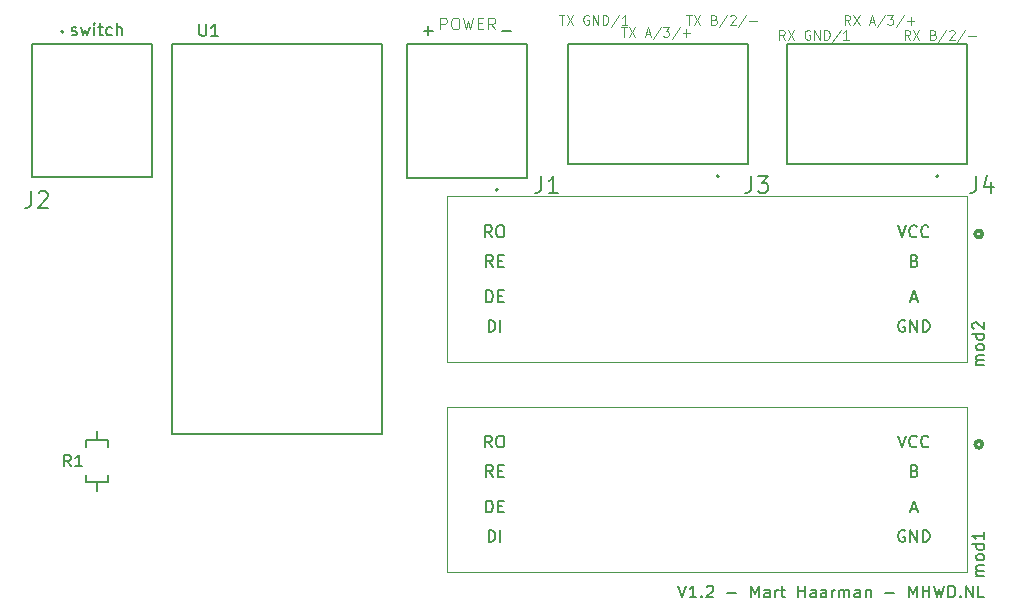
<source format=gto>
G04 #@! TF.GenerationSoftware,KiCad,Pcbnew,7.0.1-3b83917a11~172~ubuntu22.04.1*
G04 #@! TF.CreationDate,2023-04-13T21:26:50+02:00*
G04 #@! TF.ProjectId,dmx_interceptor,646d785f-696e-4746-9572-636570746f72,rev?*
G04 #@! TF.SameCoordinates,Original*
G04 #@! TF.FileFunction,Legend,Top*
G04 #@! TF.FilePolarity,Positive*
%FSLAX46Y46*%
G04 Gerber Fmt 4.6, Leading zero omitted, Abs format (unit mm)*
G04 Created by KiCad (PCBNEW 7.0.1-3b83917a11~172~ubuntu22.04.1) date 2023-04-13 21:26:50*
%MOMM*%
%LPD*%
G01*
G04 APERTURE LIST*
%ADD10C,0.100000*%
%ADD11C,0.150000*%
%ADD12C,0.127000*%
%ADD13C,0.200000*%
%ADD14C,0.120000*%
%ADD15C,0.300000*%
%ADD16C,1.258000*%
%ADD17R,2.400000X2.400000*%
%ADD18C,2.400000*%
%ADD19C,1.524000*%
%ADD20C,1.879600*%
G04 APERTURE END LIST*
D10*
X124272857Y-70220095D02*
X124006190Y-69839142D01*
X123815714Y-70220095D02*
X123815714Y-69420095D01*
X123815714Y-69420095D02*
X124120476Y-69420095D01*
X124120476Y-69420095D02*
X124196666Y-69458190D01*
X124196666Y-69458190D02*
X124234761Y-69496285D01*
X124234761Y-69496285D02*
X124272857Y-69572476D01*
X124272857Y-69572476D02*
X124272857Y-69686761D01*
X124272857Y-69686761D02*
X124234761Y-69762952D01*
X124234761Y-69762952D02*
X124196666Y-69801047D01*
X124196666Y-69801047D02*
X124120476Y-69839142D01*
X124120476Y-69839142D02*
X123815714Y-69839142D01*
X124539523Y-69420095D02*
X125072857Y-70220095D01*
X125072857Y-69420095D02*
X124539523Y-70220095D01*
X126406190Y-69458190D02*
X126330000Y-69420095D01*
X126330000Y-69420095D02*
X126215714Y-69420095D01*
X126215714Y-69420095D02*
X126101428Y-69458190D01*
X126101428Y-69458190D02*
X126025238Y-69534380D01*
X126025238Y-69534380D02*
X125987143Y-69610571D01*
X125987143Y-69610571D02*
X125949047Y-69762952D01*
X125949047Y-69762952D02*
X125949047Y-69877238D01*
X125949047Y-69877238D02*
X125987143Y-70029619D01*
X125987143Y-70029619D02*
X126025238Y-70105809D01*
X126025238Y-70105809D02*
X126101428Y-70182000D01*
X126101428Y-70182000D02*
X126215714Y-70220095D01*
X126215714Y-70220095D02*
X126291905Y-70220095D01*
X126291905Y-70220095D02*
X126406190Y-70182000D01*
X126406190Y-70182000D02*
X126444286Y-70143904D01*
X126444286Y-70143904D02*
X126444286Y-69877238D01*
X126444286Y-69877238D02*
X126291905Y-69877238D01*
X126787143Y-70220095D02*
X126787143Y-69420095D01*
X126787143Y-69420095D02*
X127244286Y-70220095D01*
X127244286Y-70220095D02*
X127244286Y-69420095D01*
X127625238Y-70220095D02*
X127625238Y-69420095D01*
X127625238Y-69420095D02*
X127815714Y-69420095D01*
X127815714Y-69420095D02*
X127930000Y-69458190D01*
X127930000Y-69458190D02*
X128006190Y-69534380D01*
X128006190Y-69534380D02*
X128044285Y-69610571D01*
X128044285Y-69610571D02*
X128082381Y-69762952D01*
X128082381Y-69762952D02*
X128082381Y-69877238D01*
X128082381Y-69877238D02*
X128044285Y-70029619D01*
X128044285Y-70029619D02*
X128006190Y-70105809D01*
X128006190Y-70105809D02*
X127930000Y-70182000D01*
X127930000Y-70182000D02*
X127815714Y-70220095D01*
X127815714Y-70220095D02*
X127625238Y-70220095D01*
X128996666Y-69382000D02*
X128310952Y-70410571D01*
X129682380Y-70220095D02*
X129225237Y-70220095D01*
X129453809Y-70220095D02*
X129453809Y-69420095D01*
X129453809Y-69420095D02*
X129377618Y-69534380D01*
X129377618Y-69534380D02*
X129301428Y-69610571D01*
X129301428Y-69610571D02*
X129225237Y-69648666D01*
X105146666Y-68150095D02*
X105603809Y-68150095D01*
X105375237Y-68950095D02*
X105375237Y-68150095D01*
X105794285Y-68150095D02*
X106327619Y-68950095D01*
X106327619Y-68150095D02*
X105794285Y-68950095D01*
X107660952Y-68188190D02*
X107584762Y-68150095D01*
X107584762Y-68150095D02*
X107470476Y-68150095D01*
X107470476Y-68150095D02*
X107356190Y-68188190D01*
X107356190Y-68188190D02*
X107280000Y-68264380D01*
X107280000Y-68264380D02*
X107241905Y-68340571D01*
X107241905Y-68340571D02*
X107203809Y-68492952D01*
X107203809Y-68492952D02*
X107203809Y-68607238D01*
X107203809Y-68607238D02*
X107241905Y-68759619D01*
X107241905Y-68759619D02*
X107280000Y-68835809D01*
X107280000Y-68835809D02*
X107356190Y-68912000D01*
X107356190Y-68912000D02*
X107470476Y-68950095D01*
X107470476Y-68950095D02*
X107546667Y-68950095D01*
X107546667Y-68950095D02*
X107660952Y-68912000D01*
X107660952Y-68912000D02*
X107699048Y-68873904D01*
X107699048Y-68873904D02*
X107699048Y-68607238D01*
X107699048Y-68607238D02*
X107546667Y-68607238D01*
X108041905Y-68950095D02*
X108041905Y-68150095D01*
X108041905Y-68150095D02*
X108499048Y-68950095D01*
X108499048Y-68950095D02*
X108499048Y-68150095D01*
X108880000Y-68950095D02*
X108880000Y-68150095D01*
X108880000Y-68150095D02*
X109070476Y-68150095D01*
X109070476Y-68150095D02*
X109184762Y-68188190D01*
X109184762Y-68188190D02*
X109260952Y-68264380D01*
X109260952Y-68264380D02*
X109299047Y-68340571D01*
X109299047Y-68340571D02*
X109337143Y-68492952D01*
X109337143Y-68492952D02*
X109337143Y-68607238D01*
X109337143Y-68607238D02*
X109299047Y-68759619D01*
X109299047Y-68759619D02*
X109260952Y-68835809D01*
X109260952Y-68835809D02*
X109184762Y-68912000D01*
X109184762Y-68912000D02*
X109070476Y-68950095D01*
X109070476Y-68950095D02*
X108880000Y-68950095D01*
X110251428Y-68112000D02*
X109565714Y-69140571D01*
X110937142Y-68950095D02*
X110479999Y-68950095D01*
X110708571Y-68950095D02*
X110708571Y-68150095D01*
X110708571Y-68150095D02*
X110632380Y-68264380D01*
X110632380Y-68264380D02*
X110556190Y-68340571D01*
X110556190Y-68340571D02*
X110479999Y-68378666D01*
X115951428Y-68150095D02*
X116408571Y-68150095D01*
X116179999Y-68950095D02*
X116179999Y-68150095D01*
X116599047Y-68150095D02*
X117132381Y-68950095D01*
X117132381Y-68150095D02*
X116599047Y-68950095D01*
X118313333Y-68531047D02*
X118427619Y-68569142D01*
X118427619Y-68569142D02*
X118465714Y-68607238D01*
X118465714Y-68607238D02*
X118503810Y-68683428D01*
X118503810Y-68683428D02*
X118503810Y-68797714D01*
X118503810Y-68797714D02*
X118465714Y-68873904D01*
X118465714Y-68873904D02*
X118427619Y-68912000D01*
X118427619Y-68912000D02*
X118351429Y-68950095D01*
X118351429Y-68950095D02*
X118046667Y-68950095D01*
X118046667Y-68950095D02*
X118046667Y-68150095D01*
X118046667Y-68150095D02*
X118313333Y-68150095D01*
X118313333Y-68150095D02*
X118389524Y-68188190D01*
X118389524Y-68188190D02*
X118427619Y-68226285D01*
X118427619Y-68226285D02*
X118465714Y-68302476D01*
X118465714Y-68302476D02*
X118465714Y-68378666D01*
X118465714Y-68378666D02*
X118427619Y-68454857D01*
X118427619Y-68454857D02*
X118389524Y-68492952D01*
X118389524Y-68492952D02*
X118313333Y-68531047D01*
X118313333Y-68531047D02*
X118046667Y-68531047D01*
X119418095Y-68112000D02*
X118732381Y-69140571D01*
X119646666Y-68226285D02*
X119684762Y-68188190D01*
X119684762Y-68188190D02*
X119760952Y-68150095D01*
X119760952Y-68150095D02*
X119951428Y-68150095D01*
X119951428Y-68150095D02*
X120027619Y-68188190D01*
X120027619Y-68188190D02*
X120065714Y-68226285D01*
X120065714Y-68226285D02*
X120103809Y-68302476D01*
X120103809Y-68302476D02*
X120103809Y-68378666D01*
X120103809Y-68378666D02*
X120065714Y-68492952D01*
X120065714Y-68492952D02*
X119608571Y-68950095D01*
X119608571Y-68950095D02*
X120103809Y-68950095D01*
X121018095Y-68112000D02*
X120332381Y-69140571D01*
X121284762Y-68645333D02*
X121894286Y-68645333D01*
X110428571Y-69170095D02*
X110885714Y-69170095D01*
X110657142Y-69970095D02*
X110657142Y-69170095D01*
X111076190Y-69170095D02*
X111609524Y-69970095D01*
X111609524Y-69170095D02*
X111076190Y-69970095D01*
X112485714Y-69741523D02*
X112866667Y-69741523D01*
X112409524Y-69970095D02*
X112676191Y-69170095D01*
X112676191Y-69170095D02*
X112942857Y-69970095D01*
X113780952Y-69132000D02*
X113095238Y-70160571D01*
X113971428Y-69170095D02*
X114466666Y-69170095D01*
X114466666Y-69170095D02*
X114200000Y-69474857D01*
X114200000Y-69474857D02*
X114314285Y-69474857D01*
X114314285Y-69474857D02*
X114390476Y-69512952D01*
X114390476Y-69512952D02*
X114428571Y-69551047D01*
X114428571Y-69551047D02*
X114466666Y-69627238D01*
X114466666Y-69627238D02*
X114466666Y-69817714D01*
X114466666Y-69817714D02*
X114428571Y-69893904D01*
X114428571Y-69893904D02*
X114390476Y-69932000D01*
X114390476Y-69932000D02*
X114314285Y-69970095D01*
X114314285Y-69970095D02*
X114085714Y-69970095D01*
X114085714Y-69970095D02*
X114009523Y-69932000D01*
X114009523Y-69932000D02*
X113971428Y-69893904D01*
X115380952Y-69132000D02*
X114695238Y-70160571D01*
X115647619Y-69665333D02*
X116257143Y-69665333D01*
X115952381Y-69970095D02*
X115952381Y-69360571D01*
X129804762Y-68950095D02*
X129538095Y-68569142D01*
X129347619Y-68950095D02*
X129347619Y-68150095D01*
X129347619Y-68150095D02*
X129652381Y-68150095D01*
X129652381Y-68150095D02*
X129728571Y-68188190D01*
X129728571Y-68188190D02*
X129766666Y-68226285D01*
X129766666Y-68226285D02*
X129804762Y-68302476D01*
X129804762Y-68302476D02*
X129804762Y-68416761D01*
X129804762Y-68416761D02*
X129766666Y-68492952D01*
X129766666Y-68492952D02*
X129728571Y-68531047D01*
X129728571Y-68531047D02*
X129652381Y-68569142D01*
X129652381Y-68569142D02*
X129347619Y-68569142D01*
X130071428Y-68150095D02*
X130604762Y-68950095D01*
X130604762Y-68150095D02*
X130071428Y-68950095D01*
X131480952Y-68721523D02*
X131861905Y-68721523D01*
X131404762Y-68950095D02*
X131671429Y-68150095D01*
X131671429Y-68150095D02*
X131938095Y-68950095D01*
X132776190Y-68112000D02*
X132090476Y-69140571D01*
X132966666Y-68150095D02*
X133461904Y-68150095D01*
X133461904Y-68150095D02*
X133195238Y-68454857D01*
X133195238Y-68454857D02*
X133309523Y-68454857D01*
X133309523Y-68454857D02*
X133385714Y-68492952D01*
X133385714Y-68492952D02*
X133423809Y-68531047D01*
X133423809Y-68531047D02*
X133461904Y-68607238D01*
X133461904Y-68607238D02*
X133461904Y-68797714D01*
X133461904Y-68797714D02*
X133423809Y-68873904D01*
X133423809Y-68873904D02*
X133385714Y-68912000D01*
X133385714Y-68912000D02*
X133309523Y-68950095D01*
X133309523Y-68950095D02*
X133080952Y-68950095D01*
X133080952Y-68950095D02*
X133004761Y-68912000D01*
X133004761Y-68912000D02*
X132966666Y-68873904D01*
X134376190Y-68112000D02*
X133690476Y-69140571D01*
X134642857Y-68645333D02*
X135252381Y-68645333D01*
X134947619Y-68950095D02*
X134947619Y-68340571D01*
X95090476Y-69362619D02*
X95090476Y-68362619D01*
X95090476Y-68362619D02*
X95471428Y-68362619D01*
X95471428Y-68362619D02*
X95566666Y-68410238D01*
X95566666Y-68410238D02*
X95614285Y-68457857D01*
X95614285Y-68457857D02*
X95661904Y-68553095D01*
X95661904Y-68553095D02*
X95661904Y-68695952D01*
X95661904Y-68695952D02*
X95614285Y-68791190D01*
X95614285Y-68791190D02*
X95566666Y-68838809D01*
X95566666Y-68838809D02*
X95471428Y-68886428D01*
X95471428Y-68886428D02*
X95090476Y-68886428D01*
X96280952Y-68362619D02*
X96471428Y-68362619D01*
X96471428Y-68362619D02*
X96566666Y-68410238D01*
X96566666Y-68410238D02*
X96661904Y-68505476D01*
X96661904Y-68505476D02*
X96709523Y-68695952D01*
X96709523Y-68695952D02*
X96709523Y-69029285D01*
X96709523Y-69029285D02*
X96661904Y-69219761D01*
X96661904Y-69219761D02*
X96566666Y-69315000D01*
X96566666Y-69315000D02*
X96471428Y-69362619D01*
X96471428Y-69362619D02*
X96280952Y-69362619D01*
X96280952Y-69362619D02*
X96185714Y-69315000D01*
X96185714Y-69315000D02*
X96090476Y-69219761D01*
X96090476Y-69219761D02*
X96042857Y-69029285D01*
X96042857Y-69029285D02*
X96042857Y-68695952D01*
X96042857Y-68695952D02*
X96090476Y-68505476D01*
X96090476Y-68505476D02*
X96185714Y-68410238D01*
X96185714Y-68410238D02*
X96280952Y-68362619D01*
X97042857Y-68362619D02*
X97280952Y-69362619D01*
X97280952Y-69362619D02*
X97471428Y-68648333D01*
X97471428Y-68648333D02*
X97661904Y-69362619D01*
X97661904Y-69362619D02*
X97900000Y-68362619D01*
X98280952Y-68838809D02*
X98614285Y-68838809D01*
X98757142Y-69362619D02*
X98280952Y-69362619D01*
X98280952Y-69362619D02*
X98280952Y-68362619D01*
X98280952Y-68362619D02*
X98757142Y-68362619D01*
X99757142Y-69362619D02*
X99423809Y-68886428D01*
X99185714Y-69362619D02*
X99185714Y-68362619D01*
X99185714Y-68362619D02*
X99566666Y-68362619D01*
X99566666Y-68362619D02*
X99661904Y-68410238D01*
X99661904Y-68410238D02*
X99709523Y-68457857D01*
X99709523Y-68457857D02*
X99757142Y-68553095D01*
X99757142Y-68553095D02*
X99757142Y-68695952D01*
X99757142Y-68695952D02*
X99709523Y-68791190D01*
X99709523Y-68791190D02*
X99661904Y-68838809D01*
X99661904Y-68838809D02*
X99566666Y-68886428D01*
X99566666Y-68886428D02*
X99185714Y-68886428D01*
D11*
X93719048Y-69481666D02*
X94480953Y-69481666D01*
X94100000Y-69862619D02*
X94100000Y-69100714D01*
X63897143Y-69815000D02*
X63992381Y-69862619D01*
X63992381Y-69862619D02*
X64182857Y-69862619D01*
X64182857Y-69862619D02*
X64278095Y-69815000D01*
X64278095Y-69815000D02*
X64325714Y-69719761D01*
X64325714Y-69719761D02*
X64325714Y-69672142D01*
X64325714Y-69672142D02*
X64278095Y-69576904D01*
X64278095Y-69576904D02*
X64182857Y-69529285D01*
X64182857Y-69529285D02*
X64040000Y-69529285D01*
X64040000Y-69529285D02*
X63944762Y-69481666D01*
X63944762Y-69481666D02*
X63897143Y-69386428D01*
X63897143Y-69386428D02*
X63897143Y-69338809D01*
X63897143Y-69338809D02*
X63944762Y-69243571D01*
X63944762Y-69243571D02*
X64040000Y-69195952D01*
X64040000Y-69195952D02*
X64182857Y-69195952D01*
X64182857Y-69195952D02*
X64278095Y-69243571D01*
X64659048Y-69195952D02*
X64849524Y-69862619D01*
X64849524Y-69862619D02*
X65040000Y-69386428D01*
X65040000Y-69386428D02*
X65230476Y-69862619D01*
X65230476Y-69862619D02*
X65420952Y-69195952D01*
X65801905Y-69862619D02*
X65801905Y-69195952D01*
X65801905Y-68862619D02*
X65754286Y-68910238D01*
X65754286Y-68910238D02*
X65801905Y-68957857D01*
X65801905Y-68957857D02*
X65849524Y-68910238D01*
X65849524Y-68910238D02*
X65801905Y-68862619D01*
X65801905Y-68862619D02*
X65801905Y-68957857D01*
X66135238Y-69195952D02*
X66516190Y-69195952D01*
X66278095Y-68862619D02*
X66278095Y-69719761D01*
X66278095Y-69719761D02*
X66325714Y-69815000D01*
X66325714Y-69815000D02*
X66420952Y-69862619D01*
X66420952Y-69862619D02*
X66516190Y-69862619D01*
X67278095Y-69815000D02*
X67182857Y-69862619D01*
X67182857Y-69862619D02*
X66992381Y-69862619D01*
X66992381Y-69862619D02*
X66897143Y-69815000D01*
X66897143Y-69815000D02*
X66849524Y-69767380D01*
X66849524Y-69767380D02*
X66801905Y-69672142D01*
X66801905Y-69672142D02*
X66801905Y-69386428D01*
X66801905Y-69386428D02*
X66849524Y-69291190D01*
X66849524Y-69291190D02*
X66897143Y-69243571D01*
X66897143Y-69243571D02*
X66992381Y-69195952D01*
X66992381Y-69195952D02*
X67182857Y-69195952D01*
X67182857Y-69195952D02*
X67278095Y-69243571D01*
X67706667Y-69862619D02*
X67706667Y-68862619D01*
X68135238Y-69862619D02*
X68135238Y-69338809D01*
X68135238Y-69338809D02*
X68087619Y-69243571D01*
X68087619Y-69243571D02*
X67992381Y-69195952D01*
X67992381Y-69195952D02*
X67849524Y-69195952D01*
X67849524Y-69195952D02*
X67754286Y-69243571D01*
X67754286Y-69243571D02*
X67706667Y-69291190D01*
D10*
X134877619Y-70220095D02*
X134610952Y-69839142D01*
X134420476Y-70220095D02*
X134420476Y-69420095D01*
X134420476Y-69420095D02*
X134725238Y-69420095D01*
X134725238Y-69420095D02*
X134801428Y-69458190D01*
X134801428Y-69458190D02*
X134839523Y-69496285D01*
X134839523Y-69496285D02*
X134877619Y-69572476D01*
X134877619Y-69572476D02*
X134877619Y-69686761D01*
X134877619Y-69686761D02*
X134839523Y-69762952D01*
X134839523Y-69762952D02*
X134801428Y-69801047D01*
X134801428Y-69801047D02*
X134725238Y-69839142D01*
X134725238Y-69839142D02*
X134420476Y-69839142D01*
X135144285Y-69420095D02*
X135677619Y-70220095D01*
X135677619Y-69420095D02*
X135144285Y-70220095D01*
X136858571Y-69801047D02*
X136972857Y-69839142D01*
X136972857Y-69839142D02*
X137010952Y-69877238D01*
X137010952Y-69877238D02*
X137049048Y-69953428D01*
X137049048Y-69953428D02*
X137049048Y-70067714D01*
X137049048Y-70067714D02*
X137010952Y-70143904D01*
X137010952Y-70143904D02*
X136972857Y-70182000D01*
X136972857Y-70182000D02*
X136896667Y-70220095D01*
X136896667Y-70220095D02*
X136591905Y-70220095D01*
X136591905Y-70220095D02*
X136591905Y-69420095D01*
X136591905Y-69420095D02*
X136858571Y-69420095D01*
X136858571Y-69420095D02*
X136934762Y-69458190D01*
X136934762Y-69458190D02*
X136972857Y-69496285D01*
X136972857Y-69496285D02*
X137010952Y-69572476D01*
X137010952Y-69572476D02*
X137010952Y-69648666D01*
X137010952Y-69648666D02*
X136972857Y-69724857D01*
X136972857Y-69724857D02*
X136934762Y-69762952D01*
X136934762Y-69762952D02*
X136858571Y-69801047D01*
X136858571Y-69801047D02*
X136591905Y-69801047D01*
X137963333Y-69382000D02*
X137277619Y-70410571D01*
X138191904Y-69496285D02*
X138230000Y-69458190D01*
X138230000Y-69458190D02*
X138306190Y-69420095D01*
X138306190Y-69420095D02*
X138496666Y-69420095D01*
X138496666Y-69420095D02*
X138572857Y-69458190D01*
X138572857Y-69458190D02*
X138610952Y-69496285D01*
X138610952Y-69496285D02*
X138649047Y-69572476D01*
X138649047Y-69572476D02*
X138649047Y-69648666D01*
X138649047Y-69648666D02*
X138610952Y-69762952D01*
X138610952Y-69762952D02*
X138153809Y-70220095D01*
X138153809Y-70220095D02*
X138649047Y-70220095D01*
X139563333Y-69382000D02*
X138877619Y-70410571D01*
X139830000Y-69915333D02*
X140439524Y-69915333D01*
D11*
X100319048Y-69481666D02*
X101080953Y-69481666D01*
X115271428Y-116462619D02*
X115604761Y-117462619D01*
X115604761Y-117462619D02*
X115938094Y-116462619D01*
X116795237Y-117462619D02*
X116223809Y-117462619D01*
X116509523Y-117462619D02*
X116509523Y-116462619D01*
X116509523Y-116462619D02*
X116414285Y-116605476D01*
X116414285Y-116605476D02*
X116319047Y-116700714D01*
X116319047Y-116700714D02*
X116223809Y-116748333D01*
X117223809Y-117367380D02*
X117271428Y-117415000D01*
X117271428Y-117415000D02*
X117223809Y-117462619D01*
X117223809Y-117462619D02*
X117176190Y-117415000D01*
X117176190Y-117415000D02*
X117223809Y-117367380D01*
X117223809Y-117367380D02*
X117223809Y-117462619D01*
X117652380Y-116557857D02*
X117699999Y-116510238D01*
X117699999Y-116510238D02*
X117795237Y-116462619D01*
X117795237Y-116462619D02*
X118033332Y-116462619D01*
X118033332Y-116462619D02*
X118128570Y-116510238D01*
X118128570Y-116510238D02*
X118176189Y-116557857D01*
X118176189Y-116557857D02*
X118223808Y-116653095D01*
X118223808Y-116653095D02*
X118223808Y-116748333D01*
X118223808Y-116748333D02*
X118176189Y-116891190D01*
X118176189Y-116891190D02*
X117604761Y-117462619D01*
X117604761Y-117462619D02*
X118223808Y-117462619D01*
X119414285Y-117081666D02*
X120176190Y-117081666D01*
X121414285Y-117462619D02*
X121414285Y-116462619D01*
X121414285Y-116462619D02*
X121747618Y-117176904D01*
X121747618Y-117176904D02*
X122080951Y-116462619D01*
X122080951Y-116462619D02*
X122080951Y-117462619D01*
X122985713Y-117462619D02*
X122985713Y-116938809D01*
X122985713Y-116938809D02*
X122938094Y-116843571D01*
X122938094Y-116843571D02*
X122842856Y-116795952D01*
X122842856Y-116795952D02*
X122652380Y-116795952D01*
X122652380Y-116795952D02*
X122557142Y-116843571D01*
X122985713Y-117415000D02*
X122890475Y-117462619D01*
X122890475Y-117462619D02*
X122652380Y-117462619D01*
X122652380Y-117462619D02*
X122557142Y-117415000D01*
X122557142Y-117415000D02*
X122509523Y-117319761D01*
X122509523Y-117319761D02*
X122509523Y-117224523D01*
X122509523Y-117224523D02*
X122557142Y-117129285D01*
X122557142Y-117129285D02*
X122652380Y-117081666D01*
X122652380Y-117081666D02*
X122890475Y-117081666D01*
X122890475Y-117081666D02*
X122985713Y-117034047D01*
X123461904Y-117462619D02*
X123461904Y-116795952D01*
X123461904Y-116986428D02*
X123509523Y-116891190D01*
X123509523Y-116891190D02*
X123557142Y-116843571D01*
X123557142Y-116843571D02*
X123652380Y-116795952D01*
X123652380Y-116795952D02*
X123747618Y-116795952D01*
X123938095Y-116795952D02*
X124319047Y-116795952D01*
X124080952Y-116462619D02*
X124080952Y-117319761D01*
X124080952Y-117319761D02*
X124128571Y-117415000D01*
X124128571Y-117415000D02*
X124223809Y-117462619D01*
X124223809Y-117462619D02*
X124319047Y-117462619D01*
X125414286Y-117462619D02*
X125414286Y-116462619D01*
X125414286Y-116938809D02*
X125985714Y-116938809D01*
X125985714Y-117462619D02*
X125985714Y-116462619D01*
X126890476Y-117462619D02*
X126890476Y-116938809D01*
X126890476Y-116938809D02*
X126842857Y-116843571D01*
X126842857Y-116843571D02*
X126747619Y-116795952D01*
X126747619Y-116795952D02*
X126557143Y-116795952D01*
X126557143Y-116795952D02*
X126461905Y-116843571D01*
X126890476Y-117415000D02*
X126795238Y-117462619D01*
X126795238Y-117462619D02*
X126557143Y-117462619D01*
X126557143Y-117462619D02*
X126461905Y-117415000D01*
X126461905Y-117415000D02*
X126414286Y-117319761D01*
X126414286Y-117319761D02*
X126414286Y-117224523D01*
X126414286Y-117224523D02*
X126461905Y-117129285D01*
X126461905Y-117129285D02*
X126557143Y-117081666D01*
X126557143Y-117081666D02*
X126795238Y-117081666D01*
X126795238Y-117081666D02*
X126890476Y-117034047D01*
X127795238Y-117462619D02*
X127795238Y-116938809D01*
X127795238Y-116938809D02*
X127747619Y-116843571D01*
X127747619Y-116843571D02*
X127652381Y-116795952D01*
X127652381Y-116795952D02*
X127461905Y-116795952D01*
X127461905Y-116795952D02*
X127366667Y-116843571D01*
X127795238Y-117415000D02*
X127700000Y-117462619D01*
X127700000Y-117462619D02*
X127461905Y-117462619D01*
X127461905Y-117462619D02*
X127366667Y-117415000D01*
X127366667Y-117415000D02*
X127319048Y-117319761D01*
X127319048Y-117319761D02*
X127319048Y-117224523D01*
X127319048Y-117224523D02*
X127366667Y-117129285D01*
X127366667Y-117129285D02*
X127461905Y-117081666D01*
X127461905Y-117081666D02*
X127700000Y-117081666D01*
X127700000Y-117081666D02*
X127795238Y-117034047D01*
X128271429Y-117462619D02*
X128271429Y-116795952D01*
X128271429Y-116986428D02*
X128319048Y-116891190D01*
X128319048Y-116891190D02*
X128366667Y-116843571D01*
X128366667Y-116843571D02*
X128461905Y-116795952D01*
X128461905Y-116795952D02*
X128557143Y-116795952D01*
X128890477Y-117462619D02*
X128890477Y-116795952D01*
X128890477Y-116891190D02*
X128938096Y-116843571D01*
X128938096Y-116843571D02*
X129033334Y-116795952D01*
X129033334Y-116795952D02*
X129176191Y-116795952D01*
X129176191Y-116795952D02*
X129271429Y-116843571D01*
X129271429Y-116843571D02*
X129319048Y-116938809D01*
X129319048Y-116938809D02*
X129319048Y-117462619D01*
X129319048Y-116938809D02*
X129366667Y-116843571D01*
X129366667Y-116843571D02*
X129461905Y-116795952D01*
X129461905Y-116795952D02*
X129604762Y-116795952D01*
X129604762Y-116795952D02*
X129700001Y-116843571D01*
X129700001Y-116843571D02*
X129747620Y-116938809D01*
X129747620Y-116938809D02*
X129747620Y-117462619D01*
X130652381Y-117462619D02*
X130652381Y-116938809D01*
X130652381Y-116938809D02*
X130604762Y-116843571D01*
X130604762Y-116843571D02*
X130509524Y-116795952D01*
X130509524Y-116795952D02*
X130319048Y-116795952D01*
X130319048Y-116795952D02*
X130223810Y-116843571D01*
X130652381Y-117415000D02*
X130557143Y-117462619D01*
X130557143Y-117462619D02*
X130319048Y-117462619D01*
X130319048Y-117462619D02*
X130223810Y-117415000D01*
X130223810Y-117415000D02*
X130176191Y-117319761D01*
X130176191Y-117319761D02*
X130176191Y-117224523D01*
X130176191Y-117224523D02*
X130223810Y-117129285D01*
X130223810Y-117129285D02*
X130319048Y-117081666D01*
X130319048Y-117081666D02*
X130557143Y-117081666D01*
X130557143Y-117081666D02*
X130652381Y-117034047D01*
X131128572Y-116795952D02*
X131128572Y-117462619D01*
X131128572Y-116891190D02*
X131176191Y-116843571D01*
X131176191Y-116843571D02*
X131271429Y-116795952D01*
X131271429Y-116795952D02*
X131414286Y-116795952D01*
X131414286Y-116795952D02*
X131509524Y-116843571D01*
X131509524Y-116843571D02*
X131557143Y-116938809D01*
X131557143Y-116938809D02*
X131557143Y-117462619D01*
X132795239Y-117081666D02*
X133557144Y-117081666D01*
X134795239Y-117462619D02*
X134795239Y-116462619D01*
X134795239Y-116462619D02*
X135128572Y-117176904D01*
X135128572Y-117176904D02*
X135461905Y-116462619D01*
X135461905Y-116462619D02*
X135461905Y-117462619D01*
X135938096Y-117462619D02*
X135938096Y-116462619D01*
X135938096Y-116938809D02*
X136509524Y-116938809D01*
X136509524Y-117462619D02*
X136509524Y-116462619D01*
X136890477Y-116462619D02*
X137128572Y-117462619D01*
X137128572Y-117462619D02*
X137319048Y-116748333D01*
X137319048Y-116748333D02*
X137509524Y-117462619D01*
X137509524Y-117462619D02*
X137747620Y-116462619D01*
X138128572Y-117462619D02*
X138128572Y-116462619D01*
X138128572Y-116462619D02*
X138366667Y-116462619D01*
X138366667Y-116462619D02*
X138509524Y-116510238D01*
X138509524Y-116510238D02*
X138604762Y-116605476D01*
X138604762Y-116605476D02*
X138652381Y-116700714D01*
X138652381Y-116700714D02*
X138700000Y-116891190D01*
X138700000Y-116891190D02*
X138700000Y-117034047D01*
X138700000Y-117034047D02*
X138652381Y-117224523D01*
X138652381Y-117224523D02*
X138604762Y-117319761D01*
X138604762Y-117319761D02*
X138509524Y-117415000D01*
X138509524Y-117415000D02*
X138366667Y-117462619D01*
X138366667Y-117462619D02*
X138128572Y-117462619D01*
X139128572Y-117367380D02*
X139176191Y-117415000D01*
X139176191Y-117415000D02*
X139128572Y-117462619D01*
X139128572Y-117462619D02*
X139080953Y-117415000D01*
X139080953Y-117415000D02*
X139128572Y-117367380D01*
X139128572Y-117367380D02*
X139128572Y-117462619D01*
X139604762Y-117462619D02*
X139604762Y-116462619D01*
X139604762Y-116462619D02*
X140176190Y-117462619D01*
X140176190Y-117462619D02*
X140176190Y-116462619D01*
X141128571Y-117462619D02*
X140652381Y-117462619D01*
X140652381Y-117462619D02*
X140652381Y-116462619D01*
X63841204Y-106362926D02*
X63507614Y-105886368D01*
X63269335Y-106362926D02*
X63269335Y-105362154D01*
X63269335Y-105362154D02*
X63650581Y-105362154D01*
X63650581Y-105362154D02*
X63745893Y-105409810D01*
X63745893Y-105409810D02*
X63793548Y-105457466D01*
X63793548Y-105457466D02*
X63841204Y-105552778D01*
X63841204Y-105552778D02*
X63841204Y-105695745D01*
X63841204Y-105695745D02*
X63793548Y-105791057D01*
X63793548Y-105791057D02*
X63745893Y-105838712D01*
X63745893Y-105838712D02*
X63650581Y-105886368D01*
X63650581Y-105886368D02*
X63269335Y-105886368D01*
X64794320Y-106362926D02*
X64222451Y-106362926D01*
X64508386Y-106362926D02*
X64508386Y-105362154D01*
X64508386Y-105362154D02*
X64413074Y-105505122D01*
X64413074Y-105505122D02*
X64317762Y-105600433D01*
X64317762Y-105600433D02*
X64222451Y-105648089D01*
X60493333Y-83067666D02*
X60493333Y-84067666D01*
X60493333Y-84067666D02*
X60426666Y-84267666D01*
X60426666Y-84267666D02*
X60293333Y-84401000D01*
X60293333Y-84401000D02*
X60093333Y-84467666D01*
X60093333Y-84467666D02*
X59960000Y-84467666D01*
X61093333Y-83201000D02*
X61160000Y-83134333D01*
X61160000Y-83134333D02*
X61293333Y-83067666D01*
X61293333Y-83067666D02*
X61626667Y-83067666D01*
X61626667Y-83067666D02*
X61760000Y-83134333D01*
X61760000Y-83134333D02*
X61826667Y-83201000D01*
X61826667Y-83201000D02*
X61893333Y-83334333D01*
X61893333Y-83334333D02*
X61893333Y-83467666D01*
X61893333Y-83467666D02*
X61826667Y-83667666D01*
X61826667Y-83667666D02*
X61026667Y-84467666D01*
X61026667Y-84467666D02*
X61893333Y-84467666D01*
X103673333Y-81797666D02*
X103673333Y-82797666D01*
X103673333Y-82797666D02*
X103606666Y-82997666D01*
X103606666Y-82997666D02*
X103473333Y-83131000D01*
X103473333Y-83131000D02*
X103273333Y-83197666D01*
X103273333Y-83197666D02*
X103140000Y-83197666D01*
X105073333Y-83197666D02*
X104273333Y-83197666D01*
X104673333Y-83197666D02*
X104673333Y-81797666D01*
X104673333Y-81797666D02*
X104540000Y-81997666D01*
X104540000Y-81997666D02*
X104406667Y-82131000D01*
X104406667Y-82131000D02*
X104273333Y-82197666D01*
X121453333Y-81797666D02*
X121453333Y-82797666D01*
X121453333Y-82797666D02*
X121386666Y-82997666D01*
X121386666Y-82997666D02*
X121253333Y-83131000D01*
X121253333Y-83131000D02*
X121053333Y-83197666D01*
X121053333Y-83197666D02*
X120920000Y-83197666D01*
X121986667Y-81797666D02*
X122853333Y-81797666D01*
X122853333Y-81797666D02*
X122386667Y-82331000D01*
X122386667Y-82331000D02*
X122586667Y-82331000D01*
X122586667Y-82331000D02*
X122720000Y-82397666D01*
X122720000Y-82397666D02*
X122786667Y-82464333D01*
X122786667Y-82464333D02*
X122853333Y-82597666D01*
X122853333Y-82597666D02*
X122853333Y-82931000D01*
X122853333Y-82931000D02*
X122786667Y-83064333D01*
X122786667Y-83064333D02*
X122720000Y-83131000D01*
X122720000Y-83131000D02*
X122586667Y-83197666D01*
X122586667Y-83197666D02*
X122186667Y-83197666D01*
X122186667Y-83197666D02*
X122053333Y-83131000D01*
X122053333Y-83131000D02*
X121986667Y-83064333D01*
X141162619Y-97809523D02*
X140495952Y-97809523D01*
X140591190Y-97809523D02*
X140543571Y-97761904D01*
X140543571Y-97761904D02*
X140495952Y-97666666D01*
X140495952Y-97666666D02*
X140495952Y-97523809D01*
X140495952Y-97523809D02*
X140543571Y-97428571D01*
X140543571Y-97428571D02*
X140638809Y-97380952D01*
X140638809Y-97380952D02*
X141162619Y-97380952D01*
X140638809Y-97380952D02*
X140543571Y-97333333D01*
X140543571Y-97333333D02*
X140495952Y-97238095D01*
X140495952Y-97238095D02*
X140495952Y-97095238D01*
X140495952Y-97095238D02*
X140543571Y-96999999D01*
X140543571Y-96999999D02*
X140638809Y-96952380D01*
X140638809Y-96952380D02*
X141162619Y-96952380D01*
X141162619Y-96333333D02*
X141115000Y-96428571D01*
X141115000Y-96428571D02*
X141067380Y-96476190D01*
X141067380Y-96476190D02*
X140972142Y-96523809D01*
X140972142Y-96523809D02*
X140686428Y-96523809D01*
X140686428Y-96523809D02*
X140591190Y-96476190D01*
X140591190Y-96476190D02*
X140543571Y-96428571D01*
X140543571Y-96428571D02*
X140495952Y-96333333D01*
X140495952Y-96333333D02*
X140495952Y-96190476D01*
X140495952Y-96190476D02*
X140543571Y-96095238D01*
X140543571Y-96095238D02*
X140591190Y-96047619D01*
X140591190Y-96047619D02*
X140686428Y-96000000D01*
X140686428Y-96000000D02*
X140972142Y-96000000D01*
X140972142Y-96000000D02*
X141067380Y-96047619D01*
X141067380Y-96047619D02*
X141115000Y-96095238D01*
X141115000Y-96095238D02*
X141162619Y-96190476D01*
X141162619Y-96190476D02*
X141162619Y-96333333D01*
X141162619Y-95142857D02*
X140162619Y-95142857D01*
X141115000Y-95142857D02*
X141162619Y-95238095D01*
X141162619Y-95238095D02*
X141162619Y-95428571D01*
X141162619Y-95428571D02*
X141115000Y-95523809D01*
X141115000Y-95523809D02*
X141067380Y-95571428D01*
X141067380Y-95571428D02*
X140972142Y-95619047D01*
X140972142Y-95619047D02*
X140686428Y-95619047D01*
X140686428Y-95619047D02*
X140591190Y-95571428D01*
X140591190Y-95571428D02*
X140543571Y-95523809D01*
X140543571Y-95523809D02*
X140495952Y-95428571D01*
X140495952Y-95428571D02*
X140495952Y-95238095D01*
X140495952Y-95238095D02*
X140543571Y-95142857D01*
X140257857Y-94714285D02*
X140210238Y-94666666D01*
X140210238Y-94666666D02*
X140162619Y-94571428D01*
X140162619Y-94571428D02*
X140162619Y-94333333D01*
X140162619Y-94333333D02*
X140210238Y-94238095D01*
X140210238Y-94238095D02*
X140257857Y-94190476D01*
X140257857Y-94190476D02*
X140353095Y-94142857D01*
X140353095Y-94142857D02*
X140448333Y-94142857D01*
X140448333Y-94142857D02*
X140591190Y-94190476D01*
X140591190Y-94190476D02*
X141162619Y-94761904D01*
X141162619Y-94761904D02*
X141162619Y-94142857D01*
X99557142Y-89462619D02*
X99223809Y-88986428D01*
X98985714Y-89462619D02*
X98985714Y-88462619D01*
X98985714Y-88462619D02*
X99366666Y-88462619D01*
X99366666Y-88462619D02*
X99461904Y-88510238D01*
X99461904Y-88510238D02*
X99509523Y-88557857D01*
X99509523Y-88557857D02*
X99557142Y-88653095D01*
X99557142Y-88653095D02*
X99557142Y-88795952D01*
X99557142Y-88795952D02*
X99509523Y-88891190D01*
X99509523Y-88891190D02*
X99461904Y-88938809D01*
X99461904Y-88938809D02*
X99366666Y-88986428D01*
X99366666Y-88986428D02*
X98985714Y-88986428D01*
X99985714Y-88938809D02*
X100319047Y-88938809D01*
X100461904Y-89462619D02*
X99985714Y-89462619D01*
X99985714Y-89462619D02*
X99985714Y-88462619D01*
X99985714Y-88462619D02*
X100461904Y-88462619D01*
X99200000Y-94962619D02*
X99200000Y-93962619D01*
X99200000Y-93962619D02*
X99438095Y-93962619D01*
X99438095Y-93962619D02*
X99580952Y-94010238D01*
X99580952Y-94010238D02*
X99676190Y-94105476D01*
X99676190Y-94105476D02*
X99723809Y-94200714D01*
X99723809Y-94200714D02*
X99771428Y-94391190D01*
X99771428Y-94391190D02*
X99771428Y-94534047D01*
X99771428Y-94534047D02*
X99723809Y-94724523D01*
X99723809Y-94724523D02*
X99676190Y-94819761D01*
X99676190Y-94819761D02*
X99580952Y-94915000D01*
X99580952Y-94915000D02*
X99438095Y-94962619D01*
X99438095Y-94962619D02*
X99200000Y-94962619D01*
X100200000Y-94962619D02*
X100200000Y-93962619D01*
X135271428Y-88938809D02*
X135414285Y-88986428D01*
X135414285Y-88986428D02*
X135461904Y-89034047D01*
X135461904Y-89034047D02*
X135509523Y-89129285D01*
X135509523Y-89129285D02*
X135509523Y-89272142D01*
X135509523Y-89272142D02*
X135461904Y-89367380D01*
X135461904Y-89367380D02*
X135414285Y-89415000D01*
X135414285Y-89415000D02*
X135319047Y-89462619D01*
X135319047Y-89462619D02*
X134938095Y-89462619D01*
X134938095Y-89462619D02*
X134938095Y-88462619D01*
X134938095Y-88462619D02*
X135271428Y-88462619D01*
X135271428Y-88462619D02*
X135366666Y-88510238D01*
X135366666Y-88510238D02*
X135414285Y-88557857D01*
X135414285Y-88557857D02*
X135461904Y-88653095D01*
X135461904Y-88653095D02*
X135461904Y-88748333D01*
X135461904Y-88748333D02*
X135414285Y-88843571D01*
X135414285Y-88843571D02*
X135366666Y-88891190D01*
X135366666Y-88891190D02*
X135271428Y-88938809D01*
X135271428Y-88938809D02*
X134938095Y-88938809D01*
X133866667Y-85962619D02*
X134200000Y-86962619D01*
X134200000Y-86962619D02*
X134533333Y-85962619D01*
X135438095Y-86867380D02*
X135390476Y-86915000D01*
X135390476Y-86915000D02*
X135247619Y-86962619D01*
X135247619Y-86962619D02*
X135152381Y-86962619D01*
X135152381Y-86962619D02*
X135009524Y-86915000D01*
X135009524Y-86915000D02*
X134914286Y-86819761D01*
X134914286Y-86819761D02*
X134866667Y-86724523D01*
X134866667Y-86724523D02*
X134819048Y-86534047D01*
X134819048Y-86534047D02*
X134819048Y-86391190D01*
X134819048Y-86391190D02*
X134866667Y-86200714D01*
X134866667Y-86200714D02*
X134914286Y-86105476D01*
X134914286Y-86105476D02*
X135009524Y-86010238D01*
X135009524Y-86010238D02*
X135152381Y-85962619D01*
X135152381Y-85962619D02*
X135247619Y-85962619D01*
X135247619Y-85962619D02*
X135390476Y-86010238D01*
X135390476Y-86010238D02*
X135438095Y-86057857D01*
X136438095Y-86867380D02*
X136390476Y-86915000D01*
X136390476Y-86915000D02*
X136247619Y-86962619D01*
X136247619Y-86962619D02*
X136152381Y-86962619D01*
X136152381Y-86962619D02*
X136009524Y-86915000D01*
X136009524Y-86915000D02*
X135914286Y-86819761D01*
X135914286Y-86819761D02*
X135866667Y-86724523D01*
X135866667Y-86724523D02*
X135819048Y-86534047D01*
X135819048Y-86534047D02*
X135819048Y-86391190D01*
X135819048Y-86391190D02*
X135866667Y-86200714D01*
X135866667Y-86200714D02*
X135914286Y-86105476D01*
X135914286Y-86105476D02*
X136009524Y-86010238D01*
X136009524Y-86010238D02*
X136152381Y-85962619D01*
X136152381Y-85962619D02*
X136247619Y-85962619D01*
X136247619Y-85962619D02*
X136390476Y-86010238D01*
X136390476Y-86010238D02*
X136438095Y-86057857D01*
X134961905Y-92176904D02*
X135438095Y-92176904D01*
X134866667Y-92462619D02*
X135200000Y-91462619D01*
X135200000Y-91462619D02*
X135533333Y-92462619D01*
X98985714Y-92462619D02*
X98985714Y-91462619D01*
X98985714Y-91462619D02*
X99223809Y-91462619D01*
X99223809Y-91462619D02*
X99366666Y-91510238D01*
X99366666Y-91510238D02*
X99461904Y-91605476D01*
X99461904Y-91605476D02*
X99509523Y-91700714D01*
X99509523Y-91700714D02*
X99557142Y-91891190D01*
X99557142Y-91891190D02*
X99557142Y-92034047D01*
X99557142Y-92034047D02*
X99509523Y-92224523D01*
X99509523Y-92224523D02*
X99461904Y-92319761D01*
X99461904Y-92319761D02*
X99366666Y-92415000D01*
X99366666Y-92415000D02*
X99223809Y-92462619D01*
X99223809Y-92462619D02*
X98985714Y-92462619D01*
X99985714Y-91938809D02*
X100319047Y-91938809D01*
X100461904Y-92462619D02*
X99985714Y-92462619D01*
X99985714Y-92462619D02*
X99985714Y-91462619D01*
X99985714Y-91462619D02*
X100461904Y-91462619D01*
X99485714Y-86962619D02*
X99152381Y-86486428D01*
X98914286Y-86962619D02*
X98914286Y-85962619D01*
X98914286Y-85962619D02*
X99295238Y-85962619D01*
X99295238Y-85962619D02*
X99390476Y-86010238D01*
X99390476Y-86010238D02*
X99438095Y-86057857D01*
X99438095Y-86057857D02*
X99485714Y-86153095D01*
X99485714Y-86153095D02*
X99485714Y-86295952D01*
X99485714Y-86295952D02*
X99438095Y-86391190D01*
X99438095Y-86391190D02*
X99390476Y-86438809D01*
X99390476Y-86438809D02*
X99295238Y-86486428D01*
X99295238Y-86486428D02*
X98914286Y-86486428D01*
X100104762Y-85962619D02*
X100295238Y-85962619D01*
X100295238Y-85962619D02*
X100390476Y-86010238D01*
X100390476Y-86010238D02*
X100485714Y-86105476D01*
X100485714Y-86105476D02*
X100533333Y-86295952D01*
X100533333Y-86295952D02*
X100533333Y-86629285D01*
X100533333Y-86629285D02*
X100485714Y-86819761D01*
X100485714Y-86819761D02*
X100390476Y-86915000D01*
X100390476Y-86915000D02*
X100295238Y-86962619D01*
X100295238Y-86962619D02*
X100104762Y-86962619D01*
X100104762Y-86962619D02*
X100009524Y-86915000D01*
X100009524Y-86915000D02*
X99914286Y-86819761D01*
X99914286Y-86819761D02*
X99866667Y-86629285D01*
X99866667Y-86629285D02*
X99866667Y-86295952D01*
X99866667Y-86295952D02*
X99914286Y-86105476D01*
X99914286Y-86105476D02*
X100009524Y-86010238D01*
X100009524Y-86010238D02*
X100104762Y-85962619D01*
X134438095Y-94010238D02*
X134342857Y-93962619D01*
X134342857Y-93962619D02*
X134200000Y-93962619D01*
X134200000Y-93962619D02*
X134057143Y-94010238D01*
X134057143Y-94010238D02*
X133961905Y-94105476D01*
X133961905Y-94105476D02*
X133914286Y-94200714D01*
X133914286Y-94200714D02*
X133866667Y-94391190D01*
X133866667Y-94391190D02*
X133866667Y-94534047D01*
X133866667Y-94534047D02*
X133914286Y-94724523D01*
X133914286Y-94724523D02*
X133961905Y-94819761D01*
X133961905Y-94819761D02*
X134057143Y-94915000D01*
X134057143Y-94915000D02*
X134200000Y-94962619D01*
X134200000Y-94962619D02*
X134295238Y-94962619D01*
X134295238Y-94962619D02*
X134438095Y-94915000D01*
X134438095Y-94915000D02*
X134485714Y-94867380D01*
X134485714Y-94867380D02*
X134485714Y-94534047D01*
X134485714Y-94534047D02*
X134295238Y-94534047D01*
X134914286Y-94962619D02*
X134914286Y-93962619D01*
X134914286Y-93962619D02*
X135485714Y-94962619D01*
X135485714Y-94962619D02*
X135485714Y-93962619D01*
X135961905Y-94962619D02*
X135961905Y-93962619D01*
X135961905Y-93962619D02*
X136200000Y-93962619D01*
X136200000Y-93962619D02*
X136342857Y-94010238D01*
X136342857Y-94010238D02*
X136438095Y-94105476D01*
X136438095Y-94105476D02*
X136485714Y-94200714D01*
X136485714Y-94200714D02*
X136533333Y-94391190D01*
X136533333Y-94391190D02*
X136533333Y-94534047D01*
X136533333Y-94534047D02*
X136485714Y-94724523D01*
X136485714Y-94724523D02*
X136438095Y-94819761D01*
X136438095Y-94819761D02*
X136342857Y-94915000D01*
X136342857Y-94915000D02*
X136200000Y-94962619D01*
X136200000Y-94962619D02*
X135961905Y-94962619D01*
X140503333Y-81797666D02*
X140503333Y-82797666D01*
X140503333Y-82797666D02*
X140436666Y-82997666D01*
X140436666Y-82997666D02*
X140303333Y-83131000D01*
X140303333Y-83131000D02*
X140103333Y-83197666D01*
X140103333Y-83197666D02*
X139970000Y-83197666D01*
X141770000Y-82264333D02*
X141770000Y-83197666D01*
X141436667Y-81731000D02*
X141103333Y-82731000D01*
X141103333Y-82731000D02*
X141970000Y-82731000D01*
X141162619Y-115609523D02*
X140495952Y-115609523D01*
X140591190Y-115609523D02*
X140543571Y-115561904D01*
X140543571Y-115561904D02*
X140495952Y-115466666D01*
X140495952Y-115466666D02*
X140495952Y-115323809D01*
X140495952Y-115323809D02*
X140543571Y-115228571D01*
X140543571Y-115228571D02*
X140638809Y-115180952D01*
X140638809Y-115180952D02*
X141162619Y-115180952D01*
X140638809Y-115180952D02*
X140543571Y-115133333D01*
X140543571Y-115133333D02*
X140495952Y-115038095D01*
X140495952Y-115038095D02*
X140495952Y-114895238D01*
X140495952Y-114895238D02*
X140543571Y-114799999D01*
X140543571Y-114799999D02*
X140638809Y-114752380D01*
X140638809Y-114752380D02*
X141162619Y-114752380D01*
X141162619Y-114133333D02*
X141115000Y-114228571D01*
X141115000Y-114228571D02*
X141067380Y-114276190D01*
X141067380Y-114276190D02*
X140972142Y-114323809D01*
X140972142Y-114323809D02*
X140686428Y-114323809D01*
X140686428Y-114323809D02*
X140591190Y-114276190D01*
X140591190Y-114276190D02*
X140543571Y-114228571D01*
X140543571Y-114228571D02*
X140495952Y-114133333D01*
X140495952Y-114133333D02*
X140495952Y-113990476D01*
X140495952Y-113990476D02*
X140543571Y-113895238D01*
X140543571Y-113895238D02*
X140591190Y-113847619D01*
X140591190Y-113847619D02*
X140686428Y-113800000D01*
X140686428Y-113800000D02*
X140972142Y-113800000D01*
X140972142Y-113800000D02*
X141067380Y-113847619D01*
X141067380Y-113847619D02*
X141115000Y-113895238D01*
X141115000Y-113895238D02*
X141162619Y-113990476D01*
X141162619Y-113990476D02*
X141162619Y-114133333D01*
X141162619Y-112942857D02*
X140162619Y-112942857D01*
X141115000Y-112942857D02*
X141162619Y-113038095D01*
X141162619Y-113038095D02*
X141162619Y-113228571D01*
X141162619Y-113228571D02*
X141115000Y-113323809D01*
X141115000Y-113323809D02*
X141067380Y-113371428D01*
X141067380Y-113371428D02*
X140972142Y-113419047D01*
X140972142Y-113419047D02*
X140686428Y-113419047D01*
X140686428Y-113419047D02*
X140591190Y-113371428D01*
X140591190Y-113371428D02*
X140543571Y-113323809D01*
X140543571Y-113323809D02*
X140495952Y-113228571D01*
X140495952Y-113228571D02*
X140495952Y-113038095D01*
X140495952Y-113038095D02*
X140543571Y-112942857D01*
X141162619Y-111942857D02*
X141162619Y-112514285D01*
X141162619Y-112228571D02*
X140162619Y-112228571D01*
X140162619Y-112228571D02*
X140305476Y-112323809D01*
X140305476Y-112323809D02*
X140400714Y-112419047D01*
X140400714Y-112419047D02*
X140448333Y-112514285D01*
X134961905Y-109976904D02*
X135438095Y-109976904D01*
X134866667Y-110262619D02*
X135200000Y-109262619D01*
X135200000Y-109262619D02*
X135533333Y-110262619D01*
X99557142Y-107262619D02*
X99223809Y-106786428D01*
X98985714Y-107262619D02*
X98985714Y-106262619D01*
X98985714Y-106262619D02*
X99366666Y-106262619D01*
X99366666Y-106262619D02*
X99461904Y-106310238D01*
X99461904Y-106310238D02*
X99509523Y-106357857D01*
X99509523Y-106357857D02*
X99557142Y-106453095D01*
X99557142Y-106453095D02*
X99557142Y-106595952D01*
X99557142Y-106595952D02*
X99509523Y-106691190D01*
X99509523Y-106691190D02*
X99461904Y-106738809D01*
X99461904Y-106738809D02*
X99366666Y-106786428D01*
X99366666Y-106786428D02*
X98985714Y-106786428D01*
X99985714Y-106738809D02*
X100319047Y-106738809D01*
X100461904Y-107262619D02*
X99985714Y-107262619D01*
X99985714Y-107262619D02*
X99985714Y-106262619D01*
X99985714Y-106262619D02*
X100461904Y-106262619D01*
X133866667Y-103762619D02*
X134200000Y-104762619D01*
X134200000Y-104762619D02*
X134533333Y-103762619D01*
X135438095Y-104667380D02*
X135390476Y-104715000D01*
X135390476Y-104715000D02*
X135247619Y-104762619D01*
X135247619Y-104762619D02*
X135152381Y-104762619D01*
X135152381Y-104762619D02*
X135009524Y-104715000D01*
X135009524Y-104715000D02*
X134914286Y-104619761D01*
X134914286Y-104619761D02*
X134866667Y-104524523D01*
X134866667Y-104524523D02*
X134819048Y-104334047D01*
X134819048Y-104334047D02*
X134819048Y-104191190D01*
X134819048Y-104191190D02*
X134866667Y-104000714D01*
X134866667Y-104000714D02*
X134914286Y-103905476D01*
X134914286Y-103905476D02*
X135009524Y-103810238D01*
X135009524Y-103810238D02*
X135152381Y-103762619D01*
X135152381Y-103762619D02*
X135247619Y-103762619D01*
X135247619Y-103762619D02*
X135390476Y-103810238D01*
X135390476Y-103810238D02*
X135438095Y-103857857D01*
X136438095Y-104667380D02*
X136390476Y-104715000D01*
X136390476Y-104715000D02*
X136247619Y-104762619D01*
X136247619Y-104762619D02*
X136152381Y-104762619D01*
X136152381Y-104762619D02*
X136009524Y-104715000D01*
X136009524Y-104715000D02*
X135914286Y-104619761D01*
X135914286Y-104619761D02*
X135866667Y-104524523D01*
X135866667Y-104524523D02*
X135819048Y-104334047D01*
X135819048Y-104334047D02*
X135819048Y-104191190D01*
X135819048Y-104191190D02*
X135866667Y-104000714D01*
X135866667Y-104000714D02*
X135914286Y-103905476D01*
X135914286Y-103905476D02*
X136009524Y-103810238D01*
X136009524Y-103810238D02*
X136152381Y-103762619D01*
X136152381Y-103762619D02*
X136247619Y-103762619D01*
X136247619Y-103762619D02*
X136390476Y-103810238D01*
X136390476Y-103810238D02*
X136438095Y-103857857D01*
X134438095Y-111810238D02*
X134342857Y-111762619D01*
X134342857Y-111762619D02*
X134200000Y-111762619D01*
X134200000Y-111762619D02*
X134057143Y-111810238D01*
X134057143Y-111810238D02*
X133961905Y-111905476D01*
X133961905Y-111905476D02*
X133914286Y-112000714D01*
X133914286Y-112000714D02*
X133866667Y-112191190D01*
X133866667Y-112191190D02*
X133866667Y-112334047D01*
X133866667Y-112334047D02*
X133914286Y-112524523D01*
X133914286Y-112524523D02*
X133961905Y-112619761D01*
X133961905Y-112619761D02*
X134057143Y-112715000D01*
X134057143Y-112715000D02*
X134200000Y-112762619D01*
X134200000Y-112762619D02*
X134295238Y-112762619D01*
X134295238Y-112762619D02*
X134438095Y-112715000D01*
X134438095Y-112715000D02*
X134485714Y-112667380D01*
X134485714Y-112667380D02*
X134485714Y-112334047D01*
X134485714Y-112334047D02*
X134295238Y-112334047D01*
X134914286Y-112762619D02*
X134914286Y-111762619D01*
X134914286Y-111762619D02*
X135485714Y-112762619D01*
X135485714Y-112762619D02*
X135485714Y-111762619D01*
X135961905Y-112762619D02*
X135961905Y-111762619D01*
X135961905Y-111762619D02*
X136200000Y-111762619D01*
X136200000Y-111762619D02*
X136342857Y-111810238D01*
X136342857Y-111810238D02*
X136438095Y-111905476D01*
X136438095Y-111905476D02*
X136485714Y-112000714D01*
X136485714Y-112000714D02*
X136533333Y-112191190D01*
X136533333Y-112191190D02*
X136533333Y-112334047D01*
X136533333Y-112334047D02*
X136485714Y-112524523D01*
X136485714Y-112524523D02*
X136438095Y-112619761D01*
X136438095Y-112619761D02*
X136342857Y-112715000D01*
X136342857Y-112715000D02*
X136200000Y-112762619D01*
X136200000Y-112762619D02*
X135961905Y-112762619D01*
X98985714Y-110262619D02*
X98985714Y-109262619D01*
X98985714Y-109262619D02*
X99223809Y-109262619D01*
X99223809Y-109262619D02*
X99366666Y-109310238D01*
X99366666Y-109310238D02*
X99461904Y-109405476D01*
X99461904Y-109405476D02*
X99509523Y-109500714D01*
X99509523Y-109500714D02*
X99557142Y-109691190D01*
X99557142Y-109691190D02*
X99557142Y-109834047D01*
X99557142Y-109834047D02*
X99509523Y-110024523D01*
X99509523Y-110024523D02*
X99461904Y-110119761D01*
X99461904Y-110119761D02*
X99366666Y-110215000D01*
X99366666Y-110215000D02*
X99223809Y-110262619D01*
X99223809Y-110262619D02*
X98985714Y-110262619D01*
X99985714Y-109738809D02*
X100319047Y-109738809D01*
X100461904Y-110262619D02*
X99985714Y-110262619D01*
X99985714Y-110262619D02*
X99985714Y-109262619D01*
X99985714Y-109262619D02*
X100461904Y-109262619D01*
X99200000Y-112762619D02*
X99200000Y-111762619D01*
X99200000Y-111762619D02*
X99438095Y-111762619D01*
X99438095Y-111762619D02*
X99580952Y-111810238D01*
X99580952Y-111810238D02*
X99676190Y-111905476D01*
X99676190Y-111905476D02*
X99723809Y-112000714D01*
X99723809Y-112000714D02*
X99771428Y-112191190D01*
X99771428Y-112191190D02*
X99771428Y-112334047D01*
X99771428Y-112334047D02*
X99723809Y-112524523D01*
X99723809Y-112524523D02*
X99676190Y-112619761D01*
X99676190Y-112619761D02*
X99580952Y-112715000D01*
X99580952Y-112715000D02*
X99438095Y-112762619D01*
X99438095Y-112762619D02*
X99200000Y-112762619D01*
X100200000Y-112762619D02*
X100200000Y-111762619D01*
X135271428Y-106738809D02*
X135414285Y-106786428D01*
X135414285Y-106786428D02*
X135461904Y-106834047D01*
X135461904Y-106834047D02*
X135509523Y-106929285D01*
X135509523Y-106929285D02*
X135509523Y-107072142D01*
X135509523Y-107072142D02*
X135461904Y-107167380D01*
X135461904Y-107167380D02*
X135414285Y-107215000D01*
X135414285Y-107215000D02*
X135319047Y-107262619D01*
X135319047Y-107262619D02*
X134938095Y-107262619D01*
X134938095Y-107262619D02*
X134938095Y-106262619D01*
X134938095Y-106262619D02*
X135271428Y-106262619D01*
X135271428Y-106262619D02*
X135366666Y-106310238D01*
X135366666Y-106310238D02*
X135414285Y-106357857D01*
X135414285Y-106357857D02*
X135461904Y-106453095D01*
X135461904Y-106453095D02*
X135461904Y-106548333D01*
X135461904Y-106548333D02*
X135414285Y-106643571D01*
X135414285Y-106643571D02*
X135366666Y-106691190D01*
X135366666Y-106691190D02*
X135271428Y-106738809D01*
X135271428Y-106738809D02*
X134938095Y-106738809D01*
X99485714Y-104762619D02*
X99152381Y-104286428D01*
X98914286Y-104762619D02*
X98914286Y-103762619D01*
X98914286Y-103762619D02*
X99295238Y-103762619D01*
X99295238Y-103762619D02*
X99390476Y-103810238D01*
X99390476Y-103810238D02*
X99438095Y-103857857D01*
X99438095Y-103857857D02*
X99485714Y-103953095D01*
X99485714Y-103953095D02*
X99485714Y-104095952D01*
X99485714Y-104095952D02*
X99438095Y-104191190D01*
X99438095Y-104191190D02*
X99390476Y-104238809D01*
X99390476Y-104238809D02*
X99295238Y-104286428D01*
X99295238Y-104286428D02*
X98914286Y-104286428D01*
X100104762Y-103762619D02*
X100295238Y-103762619D01*
X100295238Y-103762619D02*
X100390476Y-103810238D01*
X100390476Y-103810238D02*
X100485714Y-103905476D01*
X100485714Y-103905476D02*
X100533333Y-104095952D01*
X100533333Y-104095952D02*
X100533333Y-104429285D01*
X100533333Y-104429285D02*
X100485714Y-104619761D01*
X100485714Y-104619761D02*
X100390476Y-104715000D01*
X100390476Y-104715000D02*
X100295238Y-104762619D01*
X100295238Y-104762619D02*
X100104762Y-104762619D01*
X100104762Y-104762619D02*
X100009524Y-104715000D01*
X100009524Y-104715000D02*
X99914286Y-104619761D01*
X99914286Y-104619761D02*
X99866667Y-104429285D01*
X99866667Y-104429285D02*
X99866667Y-104095952D01*
X99866667Y-104095952D02*
X99914286Y-103905476D01*
X99914286Y-103905476D02*
X100009524Y-103810238D01*
X100009524Y-103810238D02*
X100104762Y-103762619D01*
X74713095Y-68927619D02*
X74713095Y-69737142D01*
X74713095Y-69737142D02*
X74760714Y-69832380D01*
X74760714Y-69832380D02*
X74808333Y-69880000D01*
X74808333Y-69880000D02*
X74903571Y-69927619D01*
X74903571Y-69927619D02*
X75094047Y-69927619D01*
X75094047Y-69927619D02*
X75189285Y-69880000D01*
X75189285Y-69880000D02*
X75236904Y-69832380D01*
X75236904Y-69832380D02*
X75284523Y-69737142D01*
X75284523Y-69737142D02*
X75284523Y-68927619D01*
X76284523Y-69927619D02*
X75713095Y-69927619D01*
X75998809Y-69927619D02*
X75998809Y-68927619D01*
X75998809Y-68927619D02*
X75903571Y-69070476D01*
X75903571Y-69070476D02*
X75808333Y-69165714D01*
X75808333Y-69165714D02*
X75713095Y-69213333D01*
D12*
X65115000Y-107668000D02*
X66040000Y-107668000D01*
X66040000Y-107668000D02*
X66040000Y-108468000D01*
X66040000Y-107668000D02*
X66965000Y-107668000D01*
X66965000Y-107668000D02*
X66965000Y-107088000D01*
X65115000Y-107088000D02*
X65115000Y-107668000D01*
X65115000Y-104748000D02*
X65115000Y-104168000D01*
X66965000Y-104748000D02*
X66965000Y-104168000D01*
X65115000Y-104168000D02*
X66040000Y-104168000D01*
X66040000Y-104168000D02*
X66965000Y-104168000D01*
X66040000Y-104168000D02*
X66040000Y-103368000D01*
X60560000Y-70560000D02*
X70720000Y-70560000D01*
X60560000Y-81860000D02*
X60560000Y-70560000D01*
X70720000Y-70560000D02*
X70720000Y-81860000D01*
X70720000Y-81860000D02*
X60560000Y-81860000D01*
D13*
X63200000Y-69560000D02*
G75*
G03*
X63200000Y-69560000I-100000J0D01*
G01*
D12*
X102440000Y-81940000D02*
X92280000Y-81940000D01*
X102440000Y-70640000D02*
X102440000Y-81940000D01*
X92280000Y-81940000D02*
X92280000Y-70640000D01*
X92280000Y-70640000D02*
X102440000Y-70640000D01*
D13*
X100000000Y-82940000D02*
G75*
G03*
X100000000Y-82940000I-100000J0D01*
G01*
D12*
X121140000Y-80800000D02*
X105900000Y-80800000D01*
X121140000Y-70600000D02*
X121140000Y-80800000D01*
X105900000Y-80800000D02*
X105900000Y-70600000D01*
X105900000Y-70600000D02*
X121140000Y-70600000D01*
D13*
X118700000Y-81800000D02*
G75*
G03*
X118700000Y-81800000I-100000J0D01*
G01*
D14*
X139700000Y-83500000D02*
X95700000Y-83500000D01*
X139700000Y-83500000D02*
X139700000Y-97500000D01*
X95700000Y-83500000D02*
X95700000Y-97500000D01*
X139700000Y-88500000D02*
X139700000Y-87500000D01*
X139700000Y-97500000D02*
X95700000Y-97500000D01*
D15*
X141000000Y-86690000D02*
G75*
G03*
X141000000Y-86690000I-300000J0D01*
G01*
D12*
X139720000Y-80800000D02*
X124480000Y-80800000D01*
X139720000Y-70600000D02*
X139720000Y-80800000D01*
X124480000Y-80800000D02*
X124480000Y-70600000D01*
X124480000Y-70600000D02*
X139720000Y-70600000D01*
D13*
X137280000Y-81800000D02*
G75*
G03*
X137280000Y-81800000I-100000J0D01*
G01*
D14*
X139700000Y-101300000D02*
X95700000Y-101300000D01*
X139700000Y-101300000D02*
X139700000Y-115300000D01*
X95700000Y-101300000D02*
X95700000Y-115300000D01*
X139700000Y-106300000D02*
X139700000Y-105300000D01*
X139700000Y-115300000D02*
X95700000Y-115300000D01*
D15*
X141000000Y-104490000D02*
G75*
G03*
X141000000Y-104490000I-300000J0D01*
G01*
D12*
X90190000Y-103610000D02*
X90190000Y-70590000D01*
X90190000Y-70590000D02*
X72410000Y-70590000D01*
X72410000Y-103610000D02*
X90190000Y-103610000D01*
X72410000Y-70590000D02*
X72410000Y-103610000D01*
%LPC*%
D16*
X66040000Y-109418000D03*
X66040000Y-102418000D03*
D17*
X63100000Y-76200000D03*
D18*
X68180000Y-76200000D03*
D17*
X99900000Y-76300000D03*
D18*
X94820000Y-76300000D03*
D17*
X118600000Y-75700000D03*
D18*
X113520000Y-75700000D03*
X108440000Y-75700000D03*
D19*
X138200000Y-86690000D03*
X138200000Y-89230000D03*
X138200000Y-91770000D03*
X138200000Y-94310000D03*
X97200000Y-86690000D03*
X97200000Y-89230000D03*
X97200000Y-91770000D03*
X97200000Y-94310000D03*
D17*
X137180000Y-75700000D03*
D18*
X132100000Y-75700000D03*
X127020000Y-75700000D03*
D19*
X138200000Y-104490000D03*
X138200000Y-107030000D03*
X138200000Y-109570000D03*
X138200000Y-112110000D03*
X97200000Y-104490000D03*
X97200000Y-107030000D03*
X97200000Y-109570000D03*
X97200000Y-112110000D03*
D20*
X73680000Y-74400000D03*
X73680000Y-76940000D03*
X73680000Y-79480000D03*
X73680000Y-82020000D03*
X73680000Y-84560000D03*
X73680000Y-87100000D03*
X73680000Y-89640000D03*
X73680000Y-92180000D03*
X73680000Y-94720000D03*
X73680000Y-97260000D03*
X73680000Y-99800000D03*
X73680000Y-102340000D03*
X88920000Y-102340000D03*
X88920000Y-99800000D03*
X88920000Y-97260000D03*
X88920000Y-94720000D03*
X88920000Y-92180000D03*
X88920000Y-89640000D03*
X88920000Y-87100000D03*
X88920000Y-84560000D03*
X88920000Y-82020000D03*
X88920000Y-79480000D03*
X88920000Y-76940000D03*
X88920000Y-74400000D03*
X85999000Y-93577000D03*
X85999000Y-96117000D03*
X85999000Y-83163000D03*
X85999000Y-85703000D03*
X74950000Y-71860000D03*
X77490000Y-71860000D03*
X80030000Y-71860000D03*
X82570000Y-71860000D03*
X85110000Y-71860000D03*
X87650000Y-71860000D03*
M02*

</source>
